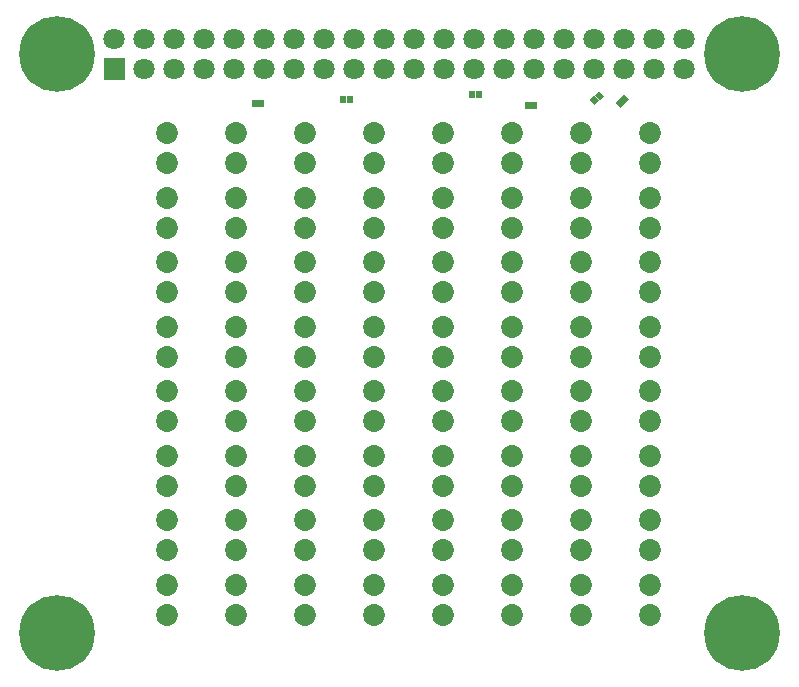
<source format=gbs>
G04 Layer: BottomSolderMaskLayer*
G04 EasyEDA v6.4.17, 2021-03-31T14:38:32+03:00*
G04 f909ed13756343b98f462e3577095ce5,760a9ddc15c74e7bbd11e1bda961fd7a,10*
G04 Gerber Generator version 0.2*
G04 Scale: 100 percent, Rotated: No, Reflected: No *
G04 Dimensions in inches *
G04 leading zeros omitted , absolute positions ,3 integer and 6 decimal *
%FSLAX36Y36*%
%MOIN*%

%ADD20C,0.2521*%
%ADD22C,0.0710*%
%ADD23C,0.0730*%

%LPD*%
D20*
G01*
X884690Y236500D03*
G01*
X3168540Y236460D03*
G01*
X884690Y2165630D03*
G01*
X3168149Y2165630D03*
G36*
X1040900Y2080100D02*
G01*
X1040900Y2151100D01*
X1111899Y2151100D01*
X1111899Y2080100D01*
G37*
D22*
G01*
X1076419Y2215630D03*
G01*
X1176419Y2115630D03*
G01*
X1176419Y2215630D03*
G01*
X1276419Y2115630D03*
G01*
X1276419Y2215630D03*
G01*
X1376419Y2115630D03*
G01*
X1376419Y2215630D03*
G01*
X1476419Y2115630D03*
G01*
X1476419Y2215630D03*
G01*
X1576419Y2115630D03*
G01*
X1576419Y2215630D03*
G01*
X1676419Y2115630D03*
G01*
X1676419Y2215630D03*
G01*
X1776419Y2115630D03*
G01*
X1776419Y2215630D03*
G01*
X1876419Y2115630D03*
G01*
X1876419Y2215630D03*
G01*
X1976419Y2115630D03*
G01*
X1976419Y2215630D03*
G01*
X2076419Y2115630D03*
G01*
X2076419Y2215630D03*
G01*
X2176419Y2115630D03*
G01*
X2176419Y2215630D03*
G01*
X2276419Y2115630D03*
G01*
X2276419Y2215630D03*
G01*
X2376419Y2115630D03*
G01*
X2376419Y2215630D03*
G01*
X2476419Y2115630D03*
G01*
X2476419Y2215630D03*
G01*
X2576419Y2115630D03*
G01*
X2576419Y2215630D03*
G01*
X2676419Y2115630D03*
G01*
X2676419Y2215630D03*
G01*
X2776419Y2115630D03*
G01*
X2776419Y2215630D03*
G01*
X2876419Y2115630D03*
G01*
X2876419Y2215630D03*
G01*
X2976419Y2115630D03*
G01*
X2976419Y2215630D03*
D23*
G01*
X1253540Y396460D03*
G01*
X1253540Y296460D03*
G01*
X1253540Y611460D03*
G01*
X1253540Y511460D03*
G01*
X1253540Y826460D03*
G01*
X1253540Y726460D03*
G01*
X1253540Y1041460D03*
G01*
X1253540Y941460D03*
G01*
X1253540Y1901460D03*
G01*
X1253540Y1801460D03*
G01*
X1253540Y1686460D03*
G01*
X1253540Y1586460D03*
G01*
X1253540Y1471460D03*
G01*
X1253540Y1371460D03*
G01*
X1253540Y1256460D03*
G01*
X1253540Y1156460D03*
G01*
X1483540Y1256460D03*
G01*
X1483540Y1156460D03*
G01*
X1483540Y1471460D03*
G01*
X1483540Y1371460D03*
G01*
X1483540Y1686460D03*
G01*
X1483540Y1586460D03*
G01*
X1483540Y1901460D03*
G01*
X1483540Y1801460D03*
G01*
X1483540Y1041460D03*
G01*
X1483540Y941460D03*
G01*
X1483540Y826460D03*
G01*
X1483540Y726460D03*
G01*
X1483540Y611460D03*
G01*
X1483540Y511460D03*
G01*
X1483540Y396460D03*
G01*
X1483540Y296460D03*
G01*
X1713540Y1256460D03*
G01*
X1713540Y1156460D03*
G01*
X1713540Y1471460D03*
G01*
X1713540Y1371460D03*
G01*
X1713540Y1686460D03*
G01*
X1713540Y1586460D03*
G01*
X1713540Y1901460D03*
G01*
X1713540Y1801460D03*
G01*
X1713540Y1041460D03*
G01*
X1713540Y941460D03*
G01*
X1713540Y826460D03*
G01*
X1713540Y726460D03*
G01*
X1713540Y611460D03*
G01*
X1713540Y511460D03*
G01*
X1713540Y396460D03*
G01*
X1713540Y296460D03*
G01*
X2403540Y396460D03*
G01*
X2403540Y296460D03*
G01*
X2403540Y611460D03*
G01*
X2403540Y511460D03*
G01*
X2403540Y826460D03*
G01*
X2403540Y726460D03*
G01*
X2403540Y1041460D03*
G01*
X2403540Y941460D03*
G01*
X2403540Y1901460D03*
G01*
X2403540Y1801460D03*
G01*
X2403540Y1686460D03*
G01*
X2403540Y1586460D03*
G01*
X2403540Y1471460D03*
G01*
X2403540Y1371460D03*
G01*
X2403540Y1256460D03*
G01*
X2403540Y1156460D03*
G01*
X2173540Y396460D03*
G01*
X2173540Y296460D03*
G01*
X2173540Y611460D03*
G01*
X2173540Y511460D03*
G01*
X2173540Y826460D03*
G01*
X2173540Y726460D03*
G01*
X2173540Y1041460D03*
G01*
X2173540Y941460D03*
G01*
X2173540Y1901460D03*
G01*
X2173540Y1801460D03*
G01*
X2173540Y1686460D03*
G01*
X2173540Y1586460D03*
G01*
X2173540Y1471460D03*
G01*
X2173540Y1371460D03*
G01*
X2173540Y1256460D03*
G01*
X2173540Y1156460D03*
G01*
X1943540Y1256460D03*
G01*
X1943540Y1156460D03*
G01*
X1943540Y1471460D03*
G01*
X1943540Y1371460D03*
G01*
X1943540Y1686460D03*
G01*
X1943540Y1586460D03*
G01*
X1943540Y1901460D03*
G01*
X1943540Y1801460D03*
G01*
X1943540Y1041460D03*
G01*
X1943540Y941460D03*
G01*
X1943540Y826460D03*
G01*
X1943540Y726460D03*
G01*
X1943540Y611460D03*
G01*
X1943540Y511460D03*
G01*
X1943540Y396460D03*
G01*
X1943540Y296460D03*
G01*
X2633540Y1256460D03*
G01*
X2633540Y1156460D03*
G01*
X2633540Y1471460D03*
G01*
X2633540Y1371460D03*
G01*
X2633540Y1686460D03*
G01*
X2633540Y1586460D03*
G01*
X2633540Y1901460D03*
G01*
X2633540Y1801460D03*
G01*
X2633540Y1041460D03*
G01*
X2633540Y941460D03*
G01*
X2633540Y826460D03*
G01*
X2633540Y726460D03*
G01*
X2633540Y611460D03*
G01*
X2633540Y511460D03*
G01*
X2633540Y396460D03*
G01*
X2633540Y296460D03*
G01*
X2863540Y1256460D03*
G01*
X2863540Y1156460D03*
G01*
X2863540Y1471460D03*
G01*
X2863540Y1371460D03*
G01*
X2863540Y1686460D03*
G01*
X2863540Y1586460D03*
G01*
X2863540Y1901460D03*
G01*
X2863540Y1801460D03*
G01*
X2863540Y1041460D03*
G01*
X2863540Y941460D03*
G01*
X2863540Y826460D03*
G01*
X2863540Y726460D03*
G01*
X2863540Y611460D03*
G01*
X2863540Y511460D03*
G01*
X2863540Y396460D03*
G01*
X2863540Y296460D03*
G36*
X2778999Y2002300D02*
G01*
X2762299Y2019000D01*
X2776300Y2033099D01*
X2793100Y2016300D01*
G37*
G36*
X2763699Y1986900D02*
G01*
X2746899Y2003699D01*
X2761000Y2017699D01*
X2777700Y2000999D01*
G37*
G36*
X2678699Y1996900D02*
G01*
X2661899Y2013699D01*
X2676000Y2027699D01*
X2692700Y2010999D01*
G37*
G36*
X2693999Y2012300D02*
G01*
X2677299Y2029000D01*
X2691300Y2043099D01*
X2708100Y2026300D01*
G37*
G36*
X2444300Y1983099D02*
G01*
X2444300Y2006900D01*
X2464099Y2006900D01*
X2464099Y1983099D01*
G37*
G36*
X2465900Y1983099D02*
G01*
X2465900Y2006900D01*
X2485699Y2006900D01*
X2485699Y1983099D01*
G37*
G36*
X2259300Y2018099D02*
G01*
X2259300Y2041900D01*
X2279099Y2041900D01*
X2279099Y2018099D01*
G37*
G36*
X2280900Y2018099D02*
G01*
X2280900Y2041900D01*
X2300699Y2041900D01*
X2300699Y2018099D01*
G37*
G36*
X1829300Y2003099D02*
G01*
X1829300Y2026900D01*
X1849099Y2026900D01*
X1849099Y2003099D01*
G37*
G36*
X1850900Y2003099D02*
G01*
X1850900Y2026900D01*
X1870699Y2026900D01*
X1870699Y2003099D01*
G37*
G36*
X1534300Y1988099D02*
G01*
X1534300Y2011900D01*
X1554099Y2011900D01*
X1554099Y1988099D01*
G37*
G36*
X1555900Y1988099D02*
G01*
X1555900Y2011900D01*
X1575699Y2011900D01*
X1575699Y1988099D01*
G37*
M02*

</source>
